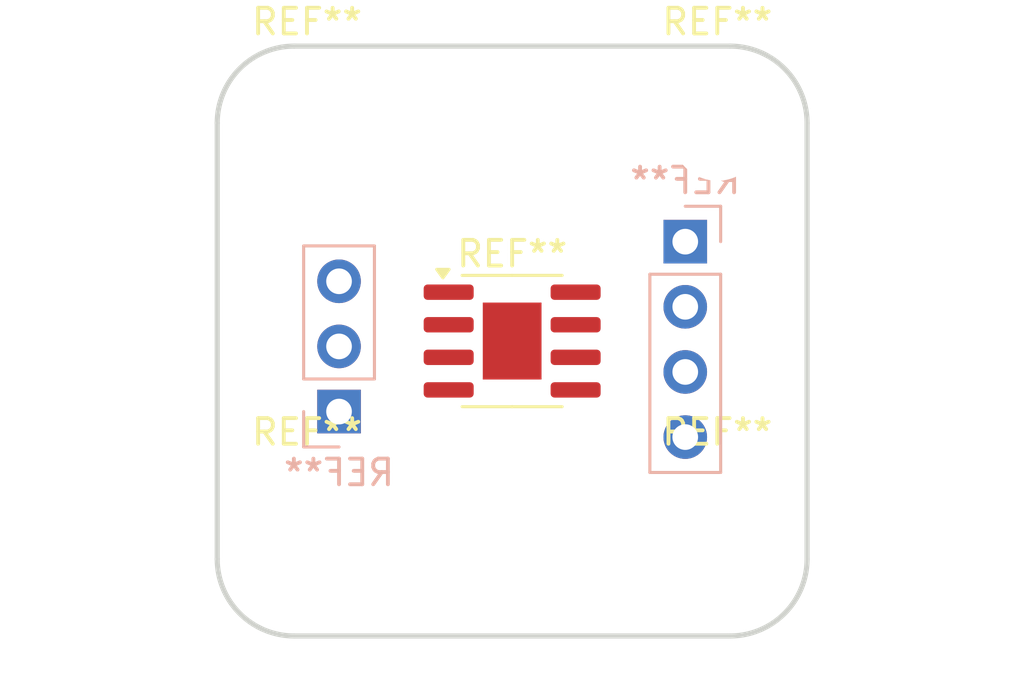
<source format=kicad_pcb>
(kicad_pcb (version 20241229) (generator "pcbnew") (generator_version "9.0")
  (layers (0 "F.Cu" signal) (2 "B.Cu" signal) (13 "F.Paste" user) (15 "B.Paste" user) (5 "F.SilkS" user "F.Silkscreen") (7 "B.SilkS" user "B.Silkscreen") (1 "F.Mask" user) (3 "B.Mask" user) (25 "Edge.Cuts" user))
  (net 0 "")
  (footprint "MountingHole:MountingHole_3.5mm" (layer "F.Cu") (at 8 8)
    (property "Reference" "REF**" (at 0 -4.45 0) (layer "F.SilkS"))
    (property "Value" "MountingHole_3.5mm")
    (pad "" np_thru_hole circle (at 0 0) (size 3.5 3.5) (drill 3.5) (layers "*.Cu" "*.Mask"))
  )
  (footprint "MountingHole:MountingHole_3.5mm" (layer "F.Cu") (at -7.999999 7.999999)
    (property "Reference" "REF**" (at 0 -4.45 0) (layer "F.SilkS"))
    (property "Value" "MountingHole_3.5mm")
    (pad "" np_thru_hole circle (at 0 0) (size 3.5 3.5) (drill 3.5) (layers "*.Cu" "*.Mask"))
  )
  (footprint "Package_SO:SOIC-8-1EP_3.9x4.9mm_P1.27mm_EP2.29x3mm" (layer "F.Cu") (at 0 0)
    (property "Reference" "REF**" (at 0 -3.4 0) (layer "F.SilkS"))
    (property "Value" "SOIC-8-1EP_3.9x4.9mm_P1.27mm_EP2.29x3mm")
    (fp_line (start 0 -2.56) (end -1.95 -2.56) (stroke (width 0.12)) (layer "F.SilkS"))
    (fp_line (start 0 -2.56) (end 1.95 -2.56) (stroke (width 0.12)) (layer "F.SilkS"))
    (fp_line (start 0 2.56) (end -1.95 2.56) (stroke (width 0.12)) (layer "F.SilkS"))
    (fp_line (start 0 2.56) (end 1.95 2.56) (stroke (width 0.12)) (layer "F.SilkS"))
    (fp_poly (pts (xy -2.7 -2.465) (xy -2.94 -2.795) (xy -2.46 -2.795)) (stroke (width 0.12)) (fill yes) (layer "F.SilkS"))
    (pad "1" smd roundrect (at -2.475 -1.905) (size 1.95 0.6) (layers "F.Cu" "F.Mask" "F.Paste"))
    (pad "2" smd roundrect (at -2.475 -0.635) (size 1.95 0.6) (layers "F.Cu" "F.Mask" "F.Paste"))
    (pad "3" smd roundrect (at -2.475 0.635) (size 1.95 0.6) (layers "F.Cu" "F.Mask" "F.Paste"))
    (pad "4" smd roundrect (at -2.475 1.905) (size 1.95 0.6) (layers "F.Cu" "F.Mask" "F.Paste"))
    (pad "5" smd roundrect (at 2.475 1.905) (size 1.95 0.6) (layers "F.Cu" "F.Mask" "F.Paste"))
    (pad "6" smd roundrect (at 2.475 0.635) (size 1.95 0.6) (layers "F.Cu" "F.Mask" "F.Paste"))
    (pad "7" smd roundrect (at 2.475 -0.635) (size 1.95 0.6) (layers "F.Cu" "F.Mask" "F.Paste"))
    (pad "8" smd roundrect (at 2.475 -1.905) (size 1.95 0.6) (layers "F.Cu" "F.Mask" "F.Paste"))
    (pad "9" smd rect (at 0 0) (size 2.29 3) (property pad_prop_heatsink) (layers "F.Cu" "F.Mask"))
  )
  (footprint "MountingHole:MountingHole_3.5mm" (layer "F.Cu") (at 8 -8)
    (property "Reference" "REF**" (at 0 -4.45 0) (layer "F.SilkS"))
    (property "Value" "MountingHole_3.5mm")
    (pad "" np_thru_hole circle (at 0 0) (size 3.5 3.5) (drill 3.5) (layers "*.Cu" "*.Mask"))
  )
  (footprint "MountingHole:MountingHole_3.5mm" (layer "F.Cu") (at -8 -8)
    (property "Reference" "REF**" (at 0 -4.45 0) (layer "F.SilkS"))
    (property "Value" "MountingHole_3.5mm")
    (pad "" np_thru_hole circle (at 0 0) (size 3.5 3.5) (drill 3.5) (layers "*.Cu" "*.Mask"))
  )
  (footprint "Connector_PinHeader_2.54mm:PinHeader_1x04_P2.54mm_Vertical" (layer "B.Cu") (at 6.75 -3.875 180)
    (property "Reference" "REF**" (at 0 2.38 0) (layer "B.SilkS") (effects (justify mirror)))
    (property "Value" "PinHeader_1x04_P2.54mm_Vertical")
    (fp_line (start 1.38 -1.27) (end 1.38 -9) (stroke (width 0.12)) (layer "B.SilkS"))
    (fp_line (start -1.38 1.38) (end 0 1.38) (stroke (width 0.12)) (layer "B.SilkS"))
    (fp_line (start -1.38 0) (end -1.38 1.38) (stroke (width 0.12)) (layer "B.SilkS"))
    (fp_line (start -1.38 -1.27) (end 1.38 -1.27) (stroke (width 0.12)) (layer "B.SilkS"))
    (fp_line (start -1.38 -1.27) (end -1.38 -9) (stroke (width 0.12)) (layer "B.SilkS"))
    (fp_line (start -1.38 -9) (end 1.38 -9) (stroke (width 0.12)) (layer "B.SilkS"))
    (pad "1" thru_hole rect (at 0 0 180) (size 1.7 1.7) (drill 1) (layers "*.Cu" "*.Mask"))
    (pad "2" thru_hole circle (at 0 -2.54 180) (size 1.7 1.7) (drill 1) (layers "*.Cu" "*.Mask"))
    (pad "3" thru_hole circle (at 0 -5.08 180) (size 1.7 1.7) (drill 1) (layers "*.Cu" "*.Mask"))
    (pad "4" thru_hole circle (at 0 -7.62 180) (size 1.7 1.7) (drill 1) (layers "*.Cu" "*.Mask"))
  )
  (footprint "Connector_PinHeader_2.54mm:PinHeader_1x03_P2.54mm_Vertical" (layer "B.Cu") (at -6.75 2.75)
    (property "Reference" "REF**" (at 0 2.38 0) (layer "B.SilkS") (effects (justify mirror)))
    (property "Value" "PinHeader_1x03_P2.54mm_Vertical")
    (fp_line (start -1.38 -6.46) (end 1.38 -6.46) (stroke (width 0.12)) (layer "B.SilkS"))
    (fp_line (start -1.38 -1.27) (end -1.38 -6.46) (stroke (width 0.12)) (layer "B.SilkS"))
    (fp_line (start -1.38 -1.27) (end 1.38 -1.27) (stroke (width 0.12)) (layer "B.SilkS"))
    (fp_line (start -1.38 0) (end -1.38 1.38) (stroke (width 0.12)) (layer "B.SilkS"))
    (fp_line (start -1.38 1.38) (end 0 1.38) (stroke (width 0.12)) (layer "B.SilkS"))
    (fp_line (start 1.38 -1.27) (end 1.38 -6.46) (stroke (width 0.12)) (layer "B.SilkS"))
    (pad "1" thru_hole rect (at 0 0) (size 1.7 1.7) (drill 1) (layers "*.Cu" "*.Mask"))
    (pad "2" thru_hole circle (at 0 -2.54) (size 1.7 1.7) (drill 1) (layers "*.Cu" "*.Mask"))
    (pad "3" thru_hole circle (at 0 -5.08) (size 1.7 1.7) (drill 1) (layers "*.Cu" "*.Mask"))
  )
  (gr_arc (start -8.499999 11.5) (mid -10.62132 10.62132) (end -11.5 8.499999) (stroke (width 0.2)) (layer "Edge.Cuts"))
  (gr_line (start 11.5 -8.5) (end 11.5 8.5) (stroke (width 0.2)) (layer "Edge.Cuts"))
  (gr_arc (start 11.5 8.5) (mid 10.62132 10.62132) (end 8.5 11.5) (stroke (width 0.2)) (layer "Edge.Cuts"))
  (gr_line (start -11.5 -8.499999) (end -11.5 8.499999) (stroke (width 0.2)) (layer "Edge.Cuts"))
  (gr_line (start -8.499999 11.5) (end 8.5 11.5) (stroke (width 0.2)) (layer "Edge.Cuts"))
  (gr_arc (start 8.5 -11.5) (mid 10.62132 -10.62132) (end 11.5 -8.5) (stroke (width 0.2)) (layer "Edge.Cuts"))
  (gr_line (start -8.499999 -11.5) (end 8.5 -11.5) (stroke (width 0.2)) (layer "Edge.Cuts"))
  (gr_arc (start -11.5 -8.499999) (mid -10.62132 -10.62132) (end -8.499999 -11.5) (stroke (width 0.2)) (layer "Edge.Cuts"))
)
</source>
